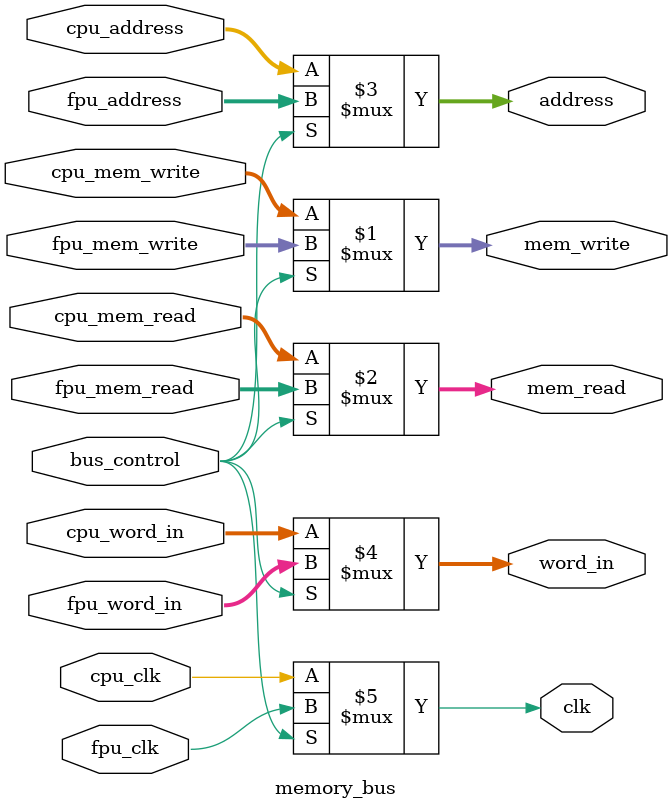
<source format=v>
module memory_bus (bus_control, cpu_mem_read, cpu_mem_write, cpu_word_in, cpu_address, cpu_clk, fpu_mem_read, fpu_mem_write, fpu_word_in, fpu_address, fpu_clk, mem_read, mem_write, word_in, address, clk);

  input cpu_clk, fpu_clk, bus_control;
  input [1:0] cpu_mem_write, cpu_mem_read, fpu_mem_write, fpu_mem_read;
  input [31:0] cpu_address, cpu_word_in, fpu_address, fpu_word_in;
  output clk;
  output [1:0] mem_write, mem_read;
  output [31:0] address, word_in;

  assign mem_write = (bus_control) ? fpu_mem_write : cpu_mem_write;
  assign mem_read = (bus_control) ? fpu_mem_read : cpu_mem_read;
  assign address = (bus_control) ? fpu_address : cpu_address;
  assign word_in = (bus_control) ? fpu_word_in : cpu_word_in;
  assign clk = (bus_control) ? fpu_clk : cpu_clk;


endmodule

</source>
